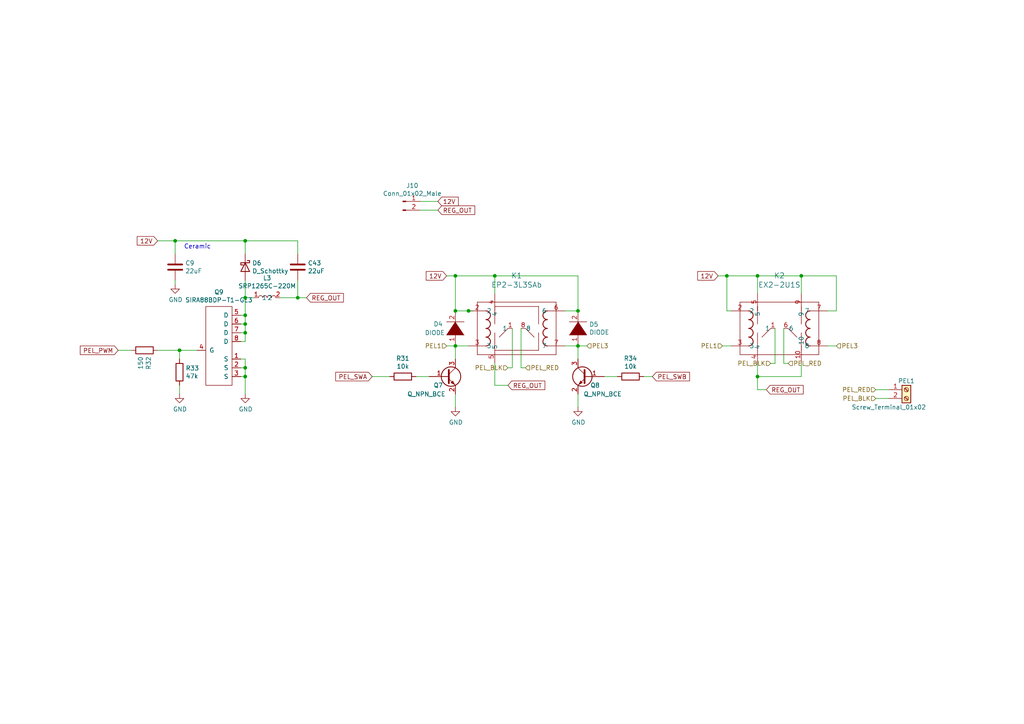
<source format=kicad_sch>
(kicad_sch (version 20211123) (generator eeschema)
  (paper "A4")
  (lib_symbols
    (symbol "Connector:Conn_01x02_Male" (pin_names (offset 1.016) hide)
      (property "Reference" "J" (at 0 2.54 0))
      (property "Value" "Conn_01x02_Male" (at 0 -5.08 0))
      (symbol "Conn_01x02_Male_1_1"
        (polyline (pts (xy 1.27 -2.54) (xy 0.8636 -2.54)) (stroke (width 0.1524)))
        (polyline (pts (xy 1.27 0) (xy 0.8636 0)) (stroke (width 0.1524)))
        (rectangle (start 0.8636 -2.413) (end 0 -2.667) (stroke (width 0.1524)) (fill (type outline)))
        (rectangle (start 0.8636 0.127) (end 0 -0.127) (stroke (width 0.1524)) (fill (type outline)))
        (pin passive line (at 5.08 0 180) (length 3.81) (name "Pin_1") (number "1"))
        (pin passive line (at 5.08 -2.54 180) (length 3.81) (name "Pin_2") (number "2"))
      )
    )
    (symbol "Connector:Screw_Terminal_01x02" (pin_names (offset 1.016) hide)
      (property "Reference" "J" (at 0 2.54 0))
      (property "Value" "Screw_Terminal_01x02" (at 0 -5.08 0))
      (symbol "Screw_Terminal_01x02_1_1"
        (rectangle (start -1.27 1.27) (end 1.27 -3.81) (stroke (width 0.254)) (fill (type background)))
        (circle (center 0 -2.54) (radius 0.635) (stroke (width 0.1524)))
        (polyline (pts (xy -0.5334 -2.2098) (xy 0.3302 -3.048)) (stroke (width 0.1524)))
        (polyline (pts (xy -0.5334 0.3302) (xy 0.3302 -0.508)) (stroke (width 0.1524)))
        (polyline (pts (xy -0.3556 -2.032) (xy 0.508 -2.8702)) (stroke (width 0.1524)))
        (polyline (pts (xy -0.3556 0.508) (xy 0.508 -0.3302)) (stroke (width 0.1524)))
        (circle (center 0 0) (radius 0.635) (stroke (width 0.1524)))
        (pin passive line (at -5.08 0 0) (length 3.81) (name "Pin_1") (number "1"))
        (pin passive line (at -5.08 -2.54 0) (length 3.81) (name "Pin_2") (number "2"))
      )
    )
    (symbol "Device:C" (pin_numbers hide) (pin_names (offset 0.254))
      (property "Reference" "C" (at 0.635 2.54 0))
      (property "Value" "C" (at 0.635 -2.54 0))
      (symbol "C_0_1"
        (polyline (pts (xy -2.032 -0.762) (xy 2.032 -0.762)) (stroke (width 0.508)))
        (polyline (pts (xy -2.032 0.762) (xy 2.032 0.762)) (stroke (width 0.508)))
      )
      (symbol "C_1_1"
        (pin passive line (at 0 3.81 270) (length 2.794) (name "~") (number "1"))
        (pin passive line (at 0 -3.81 90) (length 2.794) (name "~") (number "2"))
      )
    )
    (symbol "Device:D_Schottky" (pin_numbers hide) (pin_names (offset 1.016) hide)
      (property "Reference" "D" (at 0 2.54 0))
      (property "Value" "D_Schottky" (at 0 -2.54 0))
      (symbol "D_Schottky_0_1"
        (polyline (pts (xy 1.27 0) (xy -1.27 0)))
        (polyline (pts (xy 1.27 1.27) (xy 1.27 -1.27) (xy -1.27 0) (xy 1.27 1.27)) (stroke (width 0.254)))
        (polyline (pts (xy -1.905 0.635) (xy -1.905 1.27) (xy -1.27 1.27) (xy -1.27 -1.27) (xy -0.635 -1.27) (xy -0.635 -0.635)) (stroke (width 0.254)))
      )
      (symbol "D_Schottky_1_1"
        (pin passive line (at -3.81 0 0) (length 2.54) (name "K") (number "1"))
        (pin passive line (at 3.81 0 180) (length 2.54) (name "A") (number "2"))
      )
    )
    (symbol "Device:Q_NPN_BEC" (pin_names (offset 0) hide)
      (property "Reference" "Q" (at 5.08 1.27 0))
      (property "Value" "Q_NPN_BEC" (at 5.08 -1.27 0))
      (symbol "Q_NPN_BEC_0_1"
        (polyline (pts (xy 0.635 0.635) (xy 2.54 2.54)))
        (polyline (pts (xy 0.635 -0.635) (xy 2.54 -2.54) (xy 2.54 -2.54)))
        (polyline (pts (xy 0.635 1.905) (xy 0.635 -1.905) (xy 0.635 -1.905)) (stroke (width 0.508)))
        (polyline (pts (xy 1.27 -1.778) (xy 1.778 -1.27) (xy 2.286 -2.286) (xy 1.27 -1.778) (xy 1.27 -1.778)) (fill (type outline)))
        (circle (center 1.27 0) (radius 2.8194) (stroke (width 0.254)))
      )
      (symbol "Q_NPN_BEC_1_1"
        (pin input line (at -5.08 0 0) (length 5.715) (name "B") (number "1"))
        (pin passive line (at 2.54 -5.08 90) (length 2.54) (name "E") (number "2"))
        (pin passive line (at 2.54 5.08 270) (length 2.54) (name "C") (number "3"))
      )
    )
    (symbol "Device:R" (pin_numbers hide) (pin_names (offset 0))
      (property "Reference" "R" (at 2.032 0 90))
      (property "Value" "R" (at 0 0 90))
      (symbol "R_0_1"
        (rectangle (start -1.016 -2.54) (end 1.016 2.54) (stroke (width 0.254)))
      )
      (symbol "R_1_1"
        (pin passive line (at 0 3.81 270) (length 1.27) (name "~") (number "1"))
        (pin passive line (at 0 -3.81 90) (length 1.27) (name "~") (number "2"))
      )
    )
    (symbol "Ninja-qPCR:EP2-3L3SAb" (pin_names (offset 0.254))
      (property "Reference" "K" (at 12.7 21.59 0))
      (property "Value" "Ninja-qPCR_EP2-3L3SAb" (at 12.7 19.05 0))
      (symbol "EP2-3L3SAb_1_1"
        (polyline (pts (xy 2.54 -12.7) (xy 2.54 2.54)))
        (polyline (pts (xy 2.54 2.54) (xy 25.4 2.54)))
        (polyline (pts (xy 7.62 -6.35) (xy 7.62 -11.43)))
        (polyline (pts (xy 7.62 -3.81) (xy 7.62 1.27)))
        (polyline (pts (xy 8.89 -7.62) (xy 11.43 -5.08)))
        (polyline (pts (xy 19.05 -7.62) (xy 16.51 -5.08)))
        (polyline (pts (xy 20.32 -6.35) (xy 20.32 -11.43)))
        (polyline (pts (xy 20.32 -3.81) (xy 20.32 1.27)))
        (polyline (pts (xy 25.4 -12.7) (xy 2.54 -12.7)))
        (polyline (pts (xy 25.4 2.54) (xy 25.4 -12.7)))
        (arc (start 5.08 -10.16) (mid 6.35 -8.89) (end 5.08 -7.62) (stroke (width 0.254)))
        (arc (start 5.08 -7.62) (mid 6.35 -6.35) (end 5.08 -5.08) (stroke (width 0.254)))
        (arc (start 5.08 -5.08) (mid 6.35 -3.81) (end 5.08 -2.54) (stroke (width 0.254)))
        (arc (start 5.08 -2.54) (mid 6.35 -1.27) (end 5.08 0) (stroke (width 0.254)))
        (rectangle (start 20.32 -11.43) (end 7.62 -11.43))
        (rectangle (start 20.32 1.27) (end 7.62 1.27))
        (arc (start 22.86 -7.62) (mid 21.59 -8.89) (end 22.86 -10.16) (stroke (width 0.254)))
        (arc (start 22.86 -5.08) (mid 21.59 -6.35) (end 22.86 -7.62) (stroke (width 0.254)))
        (arc (start 22.86 -2.54) (mid 21.59 -3.81) (end 22.86 -5.08) (stroke (width 0.254)))
        (arc (start 22.86 0) (mid 21.59 -1.27) (end 22.86 -2.54) (stroke (width 0.254)))
        (pin bidirectional line (at 12.7 -5.08 180) (length 1.1938) (name "1") (number "1"))
        (pin bidirectional line (at 0 0 0) (length 5.0038) (name "2") (number "2"))
        (pin bidirectional line (at 0 -10.16 0) (length 5.0038) (name "3") (number "3"))
        (pin bidirectional line (at 7.62 5.08 270) (length 5.0038) (name "4") (number "4"))
        (pin bidirectional line (at 7.62 -15.24 90) (length 3.81) (name "5") (number "5"))
        (pin bidirectional line (at 27.94 0 180) (length 5.0038) (name "6") (number "6"))
        (pin bidirectional line (at 27.94 -10.16 180) (length 5.0038) (name "7") (number "7"))
        (pin bidirectional line (at 15.24 -5.08 0) (length 1.1938) (name "8") (number "8"))
      )
    )
    (symbol "Ninja-qPCR:EX2-2U1S" (pin_names (offset 0.254))
      (property "Reference" "K" (at 12.7 21.59 0))
      (property "Value" "Ninja-qPCR_EX2-2U1S" (at 12.7 19.05 0))
      (symbol "EX2-2U1S_1_1"
        (polyline (pts (xy 2.54 -12.7) (xy 2.54 2.54)))
        (polyline (pts (xy 2.54 2.54) (xy 25.4 2.54)))
        (polyline (pts (xy 7.62 -6.35) (xy 7.62 -11.43)))
        (polyline (pts (xy 7.62 -3.81) (xy 7.62 1.27)))
        (polyline (pts (xy 8.89 -7.62) (xy 11.43 -5.08)))
        (polyline (pts (xy 19.05 -7.62) (xy 16.51 -5.08)))
        (polyline (pts (xy 20.32 -6.35) (xy 20.32 -11.43)))
        (polyline (pts (xy 20.32 -3.81) (xy 20.32 1.27)))
        (polyline (pts (xy 25.4 -12.7) (xy 2.54 -12.7)))
        (polyline (pts (xy 25.4 2.54) (xy 25.4 -12.7)))
        (arc (start 5.08 -10.16) (mid 6.35 -8.89) (end 5.08 -7.62) (stroke (width 0.254)))
        (arc (start 5.08 -7.62) (mid 6.35 -6.35) (end 5.08 -5.08) (stroke (width 0.254)))
        (arc (start 5.08 -5.08) (mid 6.35 -3.81) (end 5.08 -2.54) (stroke (width 0.254)))
        (arc (start 5.08 -2.54) (mid 6.35 -1.27) (end 5.08 0) (stroke (width 0.254)))
        (arc (start 22.86 -7.62) (mid 21.59 -8.89) (end 22.86 -10.16) (stroke (width 0.254)))
        (arc (start 22.86 -5.08) (mid 21.59 -6.35) (end 22.86 -7.62) (stroke (width 0.254)))
        (arc (start 22.86 -2.54) (mid 21.59 -3.81) (end 22.86 -5.08) (stroke (width 0.254)))
        (arc (start 22.86 0) (mid 21.59 -1.27) (end 22.86 -2.54) (stroke (width 0.254)))
        (pin bidirectional line (at 12.7 -5.08 180) (length 1.1938) (name "1") (number "1"))
        (pin bidirectional line (at 20.32 -15.24 90) (length 5.08) (name "10") (number "10"))
        (pin bidirectional line (at 0 0 0) (length 5.0038) (name "2") (number "2"))
        (pin bidirectional line (at 0 -10.16 0) (length 5.0038) (name "3") (number "3"))
        (pin bidirectional line (at 7.62 -15.24 90) (length 3.81) (name "4") (number "4"))
        (pin bidirectional line (at 7.62 5.08 270) (length 5.0038) (name "5") (number "5"))
        (pin bidirectional line (at 15.24 -5.08 0) (length 1.1938) (name "6") (number "6"))
        (pin bidirectional line (at 27.94 0 180) (length 5.0038) (name "7") (number "7"))
        (pin bidirectional line (at 27.94 -10.16 180) (length 5.0038) (name "8") (number "8"))
        (pin bidirectional line (at 20.32 5.08 270) (length 5.08) (name "9") (number "9"))
      )
    )
    (symbol "Ninja-qPCR:SIRA88BDP-T1-GE3" (pin_names (offset 1.016))
      (property "Reference" "Q" (at 0 13.97 0))
      (property "Value" "Ninja-qPCR_SIRA88BDP-T1-GE3" (at 0 11.43 0))
      (symbol "SIRA88BDP-T1-GE3_0_1"
        (rectangle (start 3.81 10.16) (end -3.81 -12.7))
      )
      (symbol "SIRA88BDP-T1-GE3_1_1"
        (pin passive line (at 6.35 -5.08 180) (length 2.54) (name "S") (number "1"))
        (pin passive line (at 6.35 -7.62 180) (length 2.54) (name "S") (number "2"))
        (pin passive line (at 6.35 -10.16 180) (length 2.54) (name "S") (number "3"))
        (pin input line (at -6.35 -2.54 0) (length 2.54) (name "G") (number "4"))
        (pin passive line (at 6.35 7.62 180) (length 2.54) (name "D") (number "5"))
        (pin passive line (at 6.35 5.08 180) (length 2.54) (name "D") (number "6"))
        (pin passive line (at 6.35 2.54 180) (length 2.54) (name "D") (number "7"))
        (pin passive line (at 6.35 0 180) (length 2.54) (name "D") (number "8"))
      )
    )
    (symbol "Ninja-qPCR:SRP1265C-220M" (pin_names (offset 1.016))
      (property "Reference" "L" (at 0 5.08 0))
      (property "Value" "Ninja-qPCR_SRP1265C-220M" (at 0 2.54 0))
      (symbol "SRP1265C-220M_1_1"
        (arc (start -1.27 0) (mid -1.905 0.635) (end -2.54 0))
        (arc (start 0 0) (mid -0.635 0.635) (end -1.27 0))
        (arc (start 1.27 0) (mid 0.635 0.635) (end 0 0))
        (arc (start 2.54 0) (mid 1.905 0.635) (end 1.27 0))
        (pin passive line (at -3.81 0 0) (length 1.27) (name "1") (number "1"))
        (pin passive line (at 3.81 0 180) (length 1.27) (name "2") (number "2"))
      )
    )
    (symbol "power:GND" (power) (pin_names (offset 0))
      (property "Value" "GND" (at 0 -3.81 0))
      (symbol "GND_0_1"
        (polyline (pts (xy 0 0) (xy 0 -1.27) (xy 1.27 -1.27) (xy 0 -2.54) (xy -1.27 -1.27) (xy 0 -1.27)))
      )
      (symbol "GND_1_1"
        (pin power_in line (at 0 0 270) (length 0) hide (name "GND") (number "1"))
      )
    )
    (symbol "pspice:DIODE" (pin_names (offset 1.016) hide)
      (property "Reference" "D" (at 0 3.81 0))
      (property "Value" "DIODE" (at 0 -4.445 0))
      (symbol "DIODE_0_1"
        (polyline (pts (xy 1.905 2.54) (xy 1.905 -2.54)))
        (polyline (pts (xy -1.905 2.54) (xy -1.905 -2.54) (xy 1.905 0)) (fill (type outline)))
      )
      (symbol "DIODE_1_1"
        (pin input line (at -5.08 0 0) (length 3.81) (name "K") (number "1"))
        (pin input line (at 5.08 0 180) (length 3.81) (name "A") (number "2"))
      )
    )
  )
  (junction (at 143.51 80.01))
  (junction (at 86.36 86.36))
  (junction (at 219.71 80.01))
  (junction (at 71.12 86.36))
  (junction (at 71.12 93.98))
  (junction (at 219.71 109.22))
  (junction (at 135.89 90.17))
  (junction (at 52.07 101.6))
  (junction (at 232.41 80.01))
  (junction (at 132.08 100.33))
  (junction (at 167.64 100.33))
  (junction (at 50.8 69.85))
  (junction (at 132.08 90.17))
  (junction (at 71.12 91.44))
  (junction (at 71.12 109.22))
  (junction (at 210.82 80.01))
  (junction (at 71.12 106.68))
  (junction (at 71.12 96.52))
  (junction (at 167.64 90.17))
  (junction (at 71.12 69.85))
  (junction (at 132.08 80.01))
  (wire (pts (xy 73.66 86.36) (xy 71.12 86.36)))
  (wire (pts (xy 69.85 109.22) (xy 71.12 109.22)))
  (wire (pts (xy 242.57 80.01) (xy 242.57 90.17)))
  (wire (pts (xy 232.41 80.01) (xy 242.57 80.01)))
  (wire (pts (xy 71.12 69.85) (xy 71.12 73.66)))
  (wire (pts (xy 113.03 109.22) (xy 107.95 109.22)))
  (wire (pts (xy 50.8 69.85) (xy 50.8 73.66)))
  (wire (pts (xy 232.41 109.22) (xy 219.71 109.22)))
  (wire (pts (xy 219.71 113.03) (xy 222.25 113.03)))
  (wire (pts (xy 69.85 106.68) (xy 71.12 106.68)))
  (wire (pts (xy 69.85 104.14) (xy 71.12 104.14)))
  (wire (pts (xy 71.12 91.44) (xy 71.12 93.98)))
  (wire (pts (xy 219.71 105.41) (xy 219.71 109.22)))
  (wire (pts (xy 50.8 69.85) (xy 71.12 69.85)))
  (wire (pts (xy 121.92 60.96) (xy 127 60.96)))
  (wire (pts (xy 143.51 80.01) (xy 132.08 80.01)))
  (wire (pts (xy 179.07 109.22) (xy 175.26 109.22)))
  (wire (pts (xy 127 58.42) (xy 121.92 58.42)))
  (wire (pts (xy 45.72 69.85) (xy 50.8 69.85)))
  (wire (pts (xy 132.08 114.3) (xy 132.08 118.11)))
  (wire (pts (xy 52.07 114.3) (xy 52.07 111.76)))
  (wire (pts (xy 143.51 80.01) (xy 143.51 85.09)))
  (wire (pts (xy 208.28 80.01) (xy 210.82 80.01)))
  (wire (pts (xy 167.64 80.01) (xy 143.51 80.01)))
  (wire (pts (xy 148.59 95.25) (xy 148.59 106.68)))
  (wire (pts (xy 209.55 100.33) (xy 212.09 100.33)))
  (wire (pts (xy 143.51 105.41) (xy 143.51 111.76)))
  (wire (pts (xy 69.85 96.52) (xy 71.12 96.52)))
  (wire (pts (xy 45.72 101.6) (xy 52.07 101.6)))
  (wire (pts (xy 240.03 90.17) (xy 242.57 90.17)))
  (wire (pts (xy 129.54 100.33) (xy 132.08 100.33)))
  (wire (pts (xy 224.79 105.41) (xy 223.52 105.41)))
  (wire (pts (xy 167.64 80.01) (xy 167.64 90.17)))
  (wire (pts (xy 71.12 93.98) (xy 71.12 96.52)))
  (wire (pts (xy 147.32 106.68) (xy 148.59 106.68)))
  (wire (pts (xy 88.9 86.36) (xy 86.36 86.36)))
  (wire (pts (xy 227.33 105.41) (xy 228.6 105.41)))
  (wire (pts (xy 219.71 109.22) (xy 219.71 113.03)))
  (wire (pts (xy 227.33 95.25) (xy 227.33 105.41)))
  (wire (pts (xy 71.12 106.68) (xy 71.12 109.22)))
  (wire (pts (xy 135.89 90.17) (xy 132.08 90.17)))
  (wire (pts (xy 151.13 95.25) (xy 151.13 106.68)))
  (wire (pts (xy 167.64 100.33) (xy 170.18 100.33)))
  (wire (pts (xy 152.4 106.68) (xy 151.13 106.68)))
  (wire (pts (xy 34.29 101.6) (xy 38.1 101.6)))
  (wire (pts (xy 219.71 80.01) (xy 232.41 80.01)))
  (wire (pts (xy 69.85 91.44) (xy 71.12 91.44)))
  (wire (pts (xy 210.82 90.17) (xy 212.09 90.17)))
  (wire (pts (xy 86.36 86.36) (xy 81.28 86.36)))
  (wire (pts (xy 86.36 69.85) (xy 71.12 69.85)))
  (wire (pts (xy 167.64 100.33) (xy 167.64 104.14)))
  (wire (pts (xy 137.16 90.17) (xy 135.89 90.17)))
  (wire (pts (xy 71.12 99.06) (xy 69.85 99.06)))
  (wire (pts (xy 186.69 109.22) (xy 189.23 109.22)))
  (wire (pts (xy 132.08 80.01) (xy 132.08 90.17)))
  (wire (pts (xy 210.82 80.01) (xy 210.82 90.17)))
  (wire (pts (xy 232.41 80.01) (xy 232.41 85.09)))
  (wire (pts (xy 50.8 82.55) (xy 50.8 81.28)))
  (wire (pts (xy 232.41 105.41) (xy 232.41 109.22)))
  (wire (pts (xy 224.79 95.25) (xy 224.79 105.41)))
  (wire (pts (xy 124.46 109.22) (xy 120.65 109.22)))
  (wire (pts (xy 219.71 80.01) (xy 219.71 85.09)))
  (wire (pts (xy 257.81 113.03) (xy 254 113.03)))
  (wire (pts (xy 71.12 86.36) (xy 71.12 91.44)))
  (wire (pts (xy 132.08 80.01) (xy 129.54 80.01)))
  (wire (pts (xy 86.36 81.28) (xy 86.36 86.36)))
  (wire (pts (xy 163.83 90.17) (xy 167.64 90.17)))
  (wire (pts (xy 167.64 100.33) (xy 163.83 100.33)))
  (wire (pts (xy 69.85 93.98) (xy 71.12 93.98)))
  (wire (pts (xy 71.12 109.22) (xy 71.12 114.3)))
  (wire (pts (xy 135.89 100.33) (xy 132.08 100.33)))
  (wire (pts (xy 86.36 73.66) (xy 86.36 69.85)))
  (wire (pts (xy 143.51 111.76) (xy 147.32 111.76)))
  (wire (pts (xy 132.08 100.33) (xy 132.08 104.14)))
  (wire (pts (xy 71.12 81.28) (xy 71.12 86.36)))
  (wire (pts (xy 71.12 104.14) (xy 71.12 106.68)))
  (wire (pts (xy 167.64 114.3) (xy 167.64 118.11)))
  (wire (pts (xy 71.12 96.52) (xy 71.12 99.06)))
  (wire (pts (xy 240.03 100.33) (xy 242.57 100.33)))
  (wire (pts (xy 52.07 104.14) (xy 52.07 101.6)))
  (wire (pts (xy 257.81 115.57) (xy 254 115.57)))
  (wire (pts (xy 210.82 80.01) (xy 219.71 80.01)))
  (wire (pts (xy 52.07 101.6) (xy 57.15 101.6)))
  (text "Ceramic" (at 53.34 72.39 0) (effects (font (size 1.27 1.27)) (justify left bottom)))
  (global_label "PEL_SWB" (shape input) (at 189.23 109.22 0) (property "Intersheet References" "${INTERSHEET_REFS}" (effects hide)))
  (global_label "12V" (shape input) (at 45.72 69.85 180) (property "Intersheet References" "${INTERSHEET_REFS}" (effects hide)))
  (global_label "12V" (shape input) (at 127 58.42 0) (property "Intersheet References" "${INTERSHEET_REFS}" (effects hide)))
  (global_label "REG_OUT" (shape input) (at 88.9 86.36 0) (property "Intersheet References" "${INTERSHEET_REFS}" (effects hide)))
  (global_label "REG_OUT" (shape input) (at 222.25 113.03 0) (property "Intersheet References" "${INTERSHEET_REFS}" (effects hide)))
  (global_label "12V" (shape input) (at 208.28 80.01 180) (property "Intersheet References" "${INTERSHEET_REFS}" (effects hide)))
  (global_label "REG_OUT" (shape input) (at 147.32 111.76 0) (property "Intersheet References" "${INTERSHEET_REFS}" (effects hide)))
  (global_label "PEL_PWM" (shape input) (at 34.29 101.6 180) (property "Intersheet References" "${INTERSHEET_REFS}" (effects hide)))
  (global_label "12V" (shape input) (at 129.54 80.01 180) (property "Intersheet References" "${INTERSHEET_REFS}" (effects hide)))
  (global_label "REG_OUT" (shape input) (at 127 60.96 0) (property "Intersheet References" "${INTERSHEET_REFS}" (effects hide)))
  (global_label "PEL_SWA" (shape input) (at 107.95 109.22 180) (property "Intersheet References" "${INTERSHEET_REFS}" (effects hide)))
  (hierarchical_label "PEL3" (shape input) (at 242.57 100.33 0))
  (hierarchical_label "PEL_BLK" (shape input) (at 254 115.57 180))
  (hierarchical_label "PEL1" (shape input) (at 129.54 100.33 180))
  (hierarchical_label "PEL1" (shape input) (at 209.55 100.33 180))
  (hierarchical_label "PEL_BLK" (shape input) (at 147.32 106.68 180))
  (hierarchical_label "PEL3" (shape input) (at 170.18 100.33 0))
  (hierarchical_label "PEL_RED" (shape input) (at 152.4 106.68 0))
  (hierarchical_label "PEL_RED" (shape input) (at 228.6 105.41 0))
  (hierarchical_label "PEL_BLK" (shape input) (at 223.52 105.41 180))
  (hierarchical_label "PEL_RED" (shape input) (at 254 113.03 180))
  (symbol (lib_id "pspice:DIODE") (at 167.64 95.25 90) (unit 1)
    (property "Reference" "D5" (at 170.8912 94.0816 90) (effects (justify right)))
    (property "Value" "DIODE" (at 170.8912 96.393 90) (effects (justify right)))
    (property "Footprint" "Diodes_SMD:D_SMA" (effects hide))
  )
  (symbol (lib_id "pspice:DIODE") (at 132.08 95.25 270) (mirror x) (unit 1)
    (property "Reference" "D4" (at 125.73 93.98 90) (effects (justify left)))
    (property "Value" "DIODE" (at 123.19 96.52 90) (effects (justify left)))
    (property "Footprint" "Diodes_SMD:D_SMA" (effects hide))
  )
  (symbol (lib_id "Connector:Screw_Terminal_01x02") (at 262.89 113.03 0) (unit 1)
    (property "Reference" "PEL1" (at 262.89 110.49 0))
    (property "Value" "Screw_Terminal_01x02" (at 257.81 118.11 0))
    (property "Footprint" "Ninja-qPCR:TB_SeeedOPL_320110028" (effects hide))
  )
  (symbol (lib_id "Device:Q_NPN_BEC") (at 129.54 109.22 0) (unit 1)
    (property "Reference" "Q7" (at 125.73 111.76 0) (effects (justify left)))
    (property "Value" "Q_NPN_BCE" (at 118.11 114.3 0) (effects (justify left)))
    (property "Footprint" "TO_SOT_Packages_SMD:SOT-23" (effects hide))
  )
  (symbol (lib_id "Device:R") (at 182.88 109.22 270) (unit 1)
    (property "Reference" "R34" (at 182.88 103.9622 90))
    (property "Value" "10k" (at 182.88 106.2736 90))
    (property "Footprint" "Resistor_SMD:R_0603_1608Metric" (effects hide))
  )
  (symbol (lib_id "Device:Q_NPN_BEC") (at 170.18 109.22 0) (mirror y) (unit 1)
    (property "Reference" "Q8" (at 173.99 111.76 0) (effects (justify left)))
    (property "Value" "Q_NPN_BCE" (at 180.34 114.3 0) (effects (justify left)))
    (property "Footprint" "TO_SOT_Packages_SMD:SOT-23" (effects hide))
  )
  (symbol (lib_id "power:GND") (at 132.08 118.11 0) (unit 1)
    (property "Reference" "#PWR0109" (effects hide))
    (property "Value" "GND" (at 132.207 122.5042 0))
  )
  (symbol (lib_id "Device:R") (at 116.84 109.22 270) (unit 1)
    (property "Reference" "R31" (at 116.84 103.9622 90))
    (property "Value" "10k" (at 116.84 106.2736 90))
    (property "Footprint" "Resistor_SMD:R_0603_1608Metric" (effects hide))
  )
  (symbol (lib_id "Ninja-qPCR:EP2-3L3SAb") (at 135.89 90.17 0) (unit 1)
    (property "Reference" "K1" (at 149.86 79.9338 0) (effects (font (size 1.524 1.524))))
    (property "Value" "EP2-3L3SAb" (at 149.86 82.6262 0) (effects (font (size 1.524 1.524))))
    (property "Footprint" "Ninja-qPCR:EP2-3L3SAb" (effects hide))
  )
  (symbol (lib_id "Ninja-qPCR:EX2-2U1S") (at 212.09 90.17 0) (unit 1)
    (property "Reference" "K2" (at 226.06 79.9338 0) (effects (font (size 1.524 1.524))))
    (property "Value" "EX2-2U1S" (at 226.06 82.6262 0) (effects (font (size 1.524 1.524))))
    (property "Footprint" "Ninja-qPCR:EX2-2U1S" (effects hide))
  )
  (symbol (lib_id "power:GND") (at 167.64 118.11 0) (unit 1)
    (property "Reference" "#PWR0112" (effects hide))
    (property "Value" "GND" (at 167.767 122.5042 0))
  )
  (symbol (lib_id "Ninja-qPCR:SRP1265C-220M") (at 77.47 86.36 0) (unit 1)
    (property "Reference" "L3" (at 77.47 80.645 0))
    (property "Value" "SRP1265C-220M" (at 77.47 82.9564 0))
    (property "Footprint" "Ninja-qPCR:SRP1265C" (effects hide))
    (property "Datasheet" "https://www.digikey.com/en/products/detail/bourns-inc/srp1265c-220m/11633469" (effects hide))
  )
  (symbol (lib_id "power:GND") (at 52.07 114.3 0) (unit 1)
    (property "Reference" "#PWR0101" (effects hide))
    (property "Value" "GND" (at 52.197 118.6942 0))
  )
  (symbol (lib_id "Device:R") (at 52.07 107.95 0) (unit 1)
    (property "Reference" "R33" (at 53.848 106.7816 0) (effects (justify left)))
    (property "Value" "47k" (at 53.848 109.093 0) (effects (justify left)))
    (property "Footprint" "Resistor_SMD:R_0603_1608Metric" (effects hide))
  )
  (symbol (lib_id "Ninja-qPCR:SIRA88BDP-T1-GE3") (at 63.5 99.06 0) (unit 1)
    (property "Reference" "Q9" (at 63.5 84.709 0))
    (property "Value" "SIRA88BDP-T1-GE3" (at 63.5 87.0204 0))
    (property "Footprint" "Ninja-qPCR:PowerPAK_SO-8_Long" (effects hide))
    (property "Datasheet" "https://www.digikey.com/en/products/detail/vishay-siliconix/SIRA88BDP-T1-GE3/10321634?s=N4IgTCBcDaIMoEkBKBBAHGgQgEQAogF0BfIA" (effects hide))
  )
  (symbol (lib_id "power:GND") (at 50.8 82.55 0) (unit 1)
    (property "Reference" "#PWR0102" (effects hide))
    (property "Value" "GND" (at 50.927 86.9442 0))
  )
  (symbol (lib_id "Device:C") (at 50.8 77.47 0) (unit 1)
    (property "Reference" "C9" (at 53.721 76.3016 0) (effects (justify left)))
    (property "Value" "22uF" (at 53.721 78.613 0) (effects (justify left)))
    (property "Footprint" "Capacitor_SMD:C_1210_3225Metric" (effects hide))
  )
  (symbol (lib_id "Device:C") (at 86.36 77.47 0) (unit 1)
    (property "Reference" "C43" (at 89.281 76.3016 0) (effects (justify left)))
    (property "Value" "22uF" (at 89.281 78.613 0) (effects (justify left)))
    (property "Footprint" "Capacitor_SMD:C_1210_3225Metric" (effects hide))
  )
  (symbol (lib_id "Device:D_Schottky") (at 71.12 77.47 270) (unit 1)
    (property "Reference" "D6" (at 73.152 76.3016 90) (effects (justify left)))
    (property "Value" "D_Schottky" (at 73.152 78.613 90) (effects (justify left)))
    (property "Footprint" "Ninja-qPCR:MSS1P3L-M3&slash_89A" (effects hide))
  )
  (symbol (lib_id "power:GND") (at 71.12 114.3 0) (unit 1)
    (property "Reference" "#PWR0103" (effects hide))
    (property "Value" "GND" (at 71.247 118.6942 0))
  )
  (symbol (lib_id "Device:R") (at 41.91 101.6 270) (unit 1)
    (property "Reference" "R32" (at 43.0784 103.378 0) (effects (justify left)))
    (property "Value" "150" (at 40.767 103.378 0) (effects (justify left)))
    (property "Footprint" "Resistor_SMD:R_0603_1608Metric" (effects hide))
  )
  (symbol (lib_id "Connector:Conn_01x02_Male") (at 116.84 58.42 0) (unit 1)
    (property "Reference" "J10" (at 119.5832 53.8226 0))
    (property "Value" "Conn_01x02_Male" (at 119.5832 56.134 0))
    (property "Footprint" "Pin_Headers:Pin_Header_Straight_1x02_Pitch2.54mm" (effects hide))
  )
)
</source>
